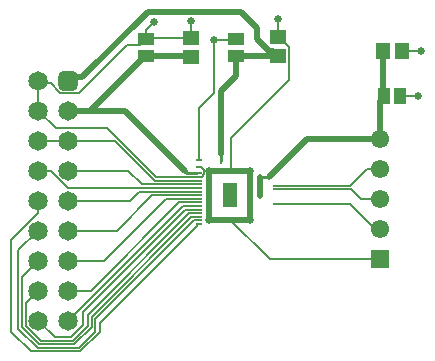
<source format=gtl>
G04*
G04 #@! TF.GenerationSoftware,Altium Limited,Altium Designer,22.7.1 (60)*
G04*
G04 Layer_Physical_Order=1*
G04 Layer_Color=255*
%FSLAX44Y44*%
%MOMM*%
G71*
G04*
G04 #@! TF.SameCoordinates,A4F2FA5D-D4EF-4288-9AD8-153C25E8CDF2*
G04*
G04*
G04 #@! TF.FilePolarity,Positive*
G04*
G01*
G75*
%ADD13C,0.2540*%
G04:AMPARAMS|DCode=14|XSize=0.254mm|YSize=0.1524mm|CornerRadius=0.0381mm|HoleSize=0mm|Usage=FLASHONLY|Rotation=0.000|XOffset=0mm|YOffset=0mm|HoleType=Round|Shape=RoundedRectangle|*
%AMROUNDEDRECTD14*
21,1,0.2540,0.0762,0,0,0.0*
21,1,0.1778,0.1524,0,0,0.0*
1,1,0.0762,0.0889,-0.0381*
1,1,0.0762,-0.0889,-0.0381*
1,1,0.0762,-0.0889,0.0381*
1,1,0.0762,0.0889,0.0381*
%
%ADD14ROUNDEDRECTD14*%
G04:AMPARAMS|DCode=15|XSize=0.508mm|YSize=0.1524mm|CornerRadius=0.0381mm|HoleSize=0mm|Usage=FLASHONLY|Rotation=0.000|XOffset=0mm|YOffset=0mm|HoleType=Round|Shape=RoundedRectangle|*
%AMROUNDEDRECTD15*
21,1,0.5080,0.0762,0,0,0.0*
21,1,0.4318,0.1524,0,0,0.0*
1,1,0.0762,0.2159,-0.0381*
1,1,0.0762,-0.2159,-0.0381*
1,1,0.0762,-0.2159,0.0381*
1,1,0.0762,0.2159,0.0381*
%
%ADD15ROUNDEDRECTD15*%
G04:AMPARAMS|DCode=16|XSize=0.508mm|YSize=0.1524mm|CornerRadius=0.0381mm|HoleSize=0mm|Usage=FLASHONLY|Rotation=270.000|XOffset=0mm|YOffset=0mm|HoleType=Round|Shape=RoundedRectangle|*
%AMROUNDEDRECTD16*
21,1,0.5080,0.0762,0,0,270.0*
21,1,0.4318,0.1524,0,0,270.0*
1,1,0.0762,-0.0381,-0.2159*
1,1,0.0762,-0.0381,0.2159*
1,1,0.0762,0.0381,0.2159*
1,1,0.0762,0.0381,-0.2159*
%
%ADD16ROUNDEDRECTD16*%
%ADD17R,1.3000X1.4500*%
%ADD18R,1.1046X1.3562*%
%ADD19R,1.4500X1.3000*%
%ADD20R,1.3562X1.1046*%
%ADD26C,1.5500*%
%ADD27R,1.5500X1.5500*%
%ADD31C,0.5080*%
%ADD32C,0.1524*%
%ADD33R,1.2700X2.0320*%
%ADD34C,1.6500*%
G04:AMPARAMS|DCode=35|XSize=1.65mm|YSize=1.65mm|CornerRadius=0.4125mm|HoleSize=0mm|Usage=FLASHONLY|Rotation=270.000|XOffset=0mm|YOffset=0mm|HoleType=Round|Shape=RoundedRectangle|*
%AMROUNDEDRECTD35*
21,1,1.6500,0.8250,0,0,270.0*
21,1,0.8250,1.6500,0,0,270.0*
1,1,0.8250,-0.4125,-0.4125*
1,1,0.8250,-0.4125,0.4125*
1,1,0.8250,0.4125,0.4125*
1,1,0.8250,0.4125,-0.4125*
%
%ADD35ROUNDEDRECTD35*%
%ADD36C,0.6350*%
D13*
X156210Y176022D02*
X165100D01*
X155194Y177038D02*
X156210Y176022D01*
X185166Y185674D02*
Y191516D01*
X218694Y172212D02*
X225552D01*
D14*
X209550Y168148D02*
D03*
Y154178D02*
D03*
Y146812D02*
D03*
X203200Y177800D02*
D03*
X200152D02*
D03*
X197104D02*
D03*
X192786Y136144D02*
D03*
X194056Y177800D02*
D03*
X209550Y143002D02*
D03*
D15*
X166370Y132588D02*
D03*
Y135636D02*
D03*
Y138684D02*
D03*
Y141732D02*
D03*
Y144780D02*
D03*
Y147828D02*
D03*
Y150876D02*
D03*
Y153924D02*
D03*
Y156972D02*
D03*
Y160020D02*
D03*
Y163068D02*
D03*
X218694Y172212D02*
D03*
X232156Y149860D02*
D03*
Y165100D02*
D03*
Y162052D02*
D03*
X218694Y155956D02*
D03*
X166370Y186690D02*
D03*
Y169164D02*
D03*
Y176022D02*
D03*
Y181102D02*
D03*
Y166116D02*
D03*
D03*
D16*
X185166Y185674D02*
D03*
D17*
X322200Y279400D02*
D03*
X338200D02*
D03*
D18*
X337258Y241300D02*
D03*
X323142D02*
D03*
D19*
X233680Y274875D02*
D03*
Y290875D02*
D03*
X160020Y273940D02*
D03*
Y289940D02*
D03*
D20*
X121920Y288998D02*
D03*
Y274882D02*
D03*
X198120Y288998D02*
D03*
Y274882D02*
D03*
D26*
X320040Y204470D02*
D03*
Y179070D02*
D03*
Y153670D02*
D03*
Y128270D02*
D03*
D27*
Y102870D02*
D03*
D31*
X209550Y136144D02*
Y177800D01*
X175514D02*
X209550D01*
X175514Y136144D02*
Y177800D01*
Y136144D02*
X209550D01*
X218694Y155956D02*
Y172212D01*
X185166Y191516D02*
Y245110D01*
X198120Y258064D01*
Y274882D01*
X226223Y278835D02*
X229720D01*
X215900Y289158D02*
X226223Y278835D01*
X229720D02*
X233676Y274879D01*
X74380Y228600D02*
X103632D01*
X155194Y177038D01*
X58824Y256944D02*
X67636D01*
X55880Y254000D02*
X58824Y256944D01*
X67636D02*
X123112Y312420D01*
X201930D01*
X74380Y228600D02*
X120662Y274882D01*
X121920D01*
X55880Y228600D02*
X74380D01*
X201930Y312420D02*
X215900Y298450D01*
Y289158D02*
Y298450D01*
X122391Y274411D02*
X159549D01*
X121920Y274882D02*
X122391Y274411D01*
X159549D02*
X160020Y273940D01*
X198124Y274879D02*
X233676D01*
X198120Y274882D02*
X198124Y274879D01*
X257810Y204470D02*
X320040D01*
X225552Y172212D02*
X257810Y204470D01*
X322200Y279400D02*
X322671Y278929D01*
Y241771D02*
X323142Y241300D01*
X322671Y241771D02*
Y278929D01*
X320040Y236940D02*
X323142Y240042D01*
X320040Y204470D02*
Y236940D01*
X323142Y240042D02*
Y241300D01*
D32*
X232156Y162052D02*
X295170D01*
X303552Y153670D01*
X320040D01*
X232156Y149860D02*
X294640D01*
X313556Y130944D01*
X317366D01*
X320040Y128270D01*
X308610Y179070D02*
X320040D01*
X294640Y165100D02*
X308610Y179070D01*
X232156Y165100D02*
X294640D01*
X166370Y230487D02*
X179070Y243187D01*
X166370Y186690D02*
Y230487D01*
X179070Y243187D02*
Y288290D01*
X197412D01*
X198120Y288998D01*
X194056Y205227D02*
X243216Y254387D01*
X194056Y177800D02*
Y205227D01*
X243216Y254387D02*
Y282322D01*
X121920Y288998D02*
Y297180D01*
X128270Y303530D01*
X233680Y291625D02*
Y306070D01*
X160020Y289940D02*
Y304800D01*
X166370Y181102D02*
X168148D01*
X171196Y178054D01*
X168872Y172212D02*
X171196Y174536D01*
Y178054D01*
X130543Y172212D02*
X168872D01*
X45344Y213736D02*
X89019D01*
X30480Y228600D02*
X45344Y213736D01*
X89019D02*
X130543Y172212D01*
X30480Y203200D02*
X95244D01*
X129280Y169164D02*
X166370D01*
X95244Y203200D02*
X129280Y169164D01*
X55880Y177800D02*
X106420D01*
X118104Y166116D02*
X166370D01*
X106420Y177800D02*
X118104Y166116D01*
X41016Y177764D02*
X55712Y163068D01*
X30480Y177800D02*
X30516Y177764D01*
X55712Y163068D02*
X166370D01*
X30516Y177764D02*
X41016D01*
X116072Y160020D02*
X166370D01*
X7752Y119172D02*
X30444Y141864D01*
X7752Y41386D02*
Y119172D01*
X30480Y228600D02*
Y254000D01*
X193294Y136144D02*
X226568Y102870D01*
X192786Y136144D02*
X193294D01*
X226568Y102870D02*
X320040D01*
X117159Y284237D02*
X121920Y288998D01*
X122862Y289940D02*
X160020D01*
X121920Y288998D02*
X122862Y289940D01*
X105932Y284237D02*
X117159D01*
X65160Y243464D02*
X105932Y284237D01*
X49099Y243464D02*
X65160D01*
X41016Y251548D02*
X49099Y243464D01*
X32933Y251548D02*
X41016D01*
X30480Y254000D02*
X32933Y251548D01*
X233680Y291625D02*
X241644Y283661D01*
X241877D02*
X243216Y282322D01*
X241644Y283661D02*
X241877D01*
X164738Y130956D02*
Y132588D01*
X82550Y48768D02*
X164738Y130956D01*
Y132588D02*
X166370D01*
X162306Y135636D02*
X166370D01*
X78740Y52070D02*
X162306Y135636D01*
X78740Y41518D02*
Y52070D01*
X75692Y45481D02*
Y54102D01*
X160274Y138684D01*
X166370D01*
X72390Y46490D02*
Y55880D01*
X158242Y141732D01*
X166370D01*
X58420Y36830D02*
X68580Y46990D01*
Y58420D01*
X154940Y144780D01*
X166370D01*
X66171Y24638D02*
X82550Y41017D01*
Y48768D01*
X64908Y27686D02*
X78740Y41518D01*
X60945Y30734D02*
X75692Y45481D01*
X59682Y33782D02*
X72390Y46490D01*
X30073Y27686D02*
X64908D01*
X13848Y43911D02*
X30073Y27686D01*
X13848Y43911D02*
Y110368D01*
X30480Y127000D01*
X16896Y45173D02*
X31335Y30734D01*
X16896Y45173D02*
Y88016D01*
X30444Y141864D02*
Y152364D01*
X30480Y152400D01*
X19944Y46436D02*
X32598Y33782D01*
X19944Y46436D02*
Y65664D01*
X7752Y41386D02*
X24500Y24638D01*
X66171D01*
X16896Y88016D02*
X30480Y101600D01*
X19944Y65664D02*
X30480Y76200D01*
X59335Y30734D02*
X60945D01*
X44450Y36830D02*
X58420D01*
X58073Y33782D02*
X59682D01*
X31335Y30734D02*
X59335D01*
X32598Y33782D02*
X58073D01*
X30480Y50800D02*
X44450Y36830D01*
X152908Y147828D02*
X166370D01*
X55880Y50800D02*
X152908Y147828D01*
X55880Y76200D02*
X74924D01*
X149600Y150876D01*
X166370D01*
X55880Y101600D02*
X86100D01*
X138424Y153924D01*
X166370D01*
X97276Y127000D02*
X127248Y156972D01*
X166370D01*
X55880Y127000D02*
X97276D01*
X108452Y152400D02*
X116072Y160020D01*
X55880Y152400D02*
X108452D01*
X338200Y279400D02*
X354330D01*
X337258Y241300D02*
X351790D01*
D33*
X192532Y156972D02*
D03*
D34*
X30480Y101600D02*
D03*
X55880D02*
D03*
X30480Y177800D02*
D03*
X55880D02*
D03*
X30480Y203200D02*
D03*
X55880D02*
D03*
X30480Y254000D02*
D03*
X55880Y228600D02*
D03*
X30480D02*
D03*
X55880Y152400D02*
D03*
X30480D02*
D03*
X55880Y127000D02*
D03*
X30480D02*
D03*
X55880Y76200D02*
D03*
Y50800D02*
D03*
X30480Y76200D02*
D03*
Y50800D02*
D03*
D35*
X55880Y254000D02*
D03*
D36*
X209550Y177800D02*
D03*
X175514D02*
D03*
Y136144D02*
D03*
X209550D02*
D03*
X179070Y288290D02*
D03*
X128270Y303530D02*
D03*
X233680Y306070D02*
D03*
X160020Y304800D02*
D03*
X351790Y241300D02*
D03*
X354330Y279400D02*
D03*
M02*

</source>
